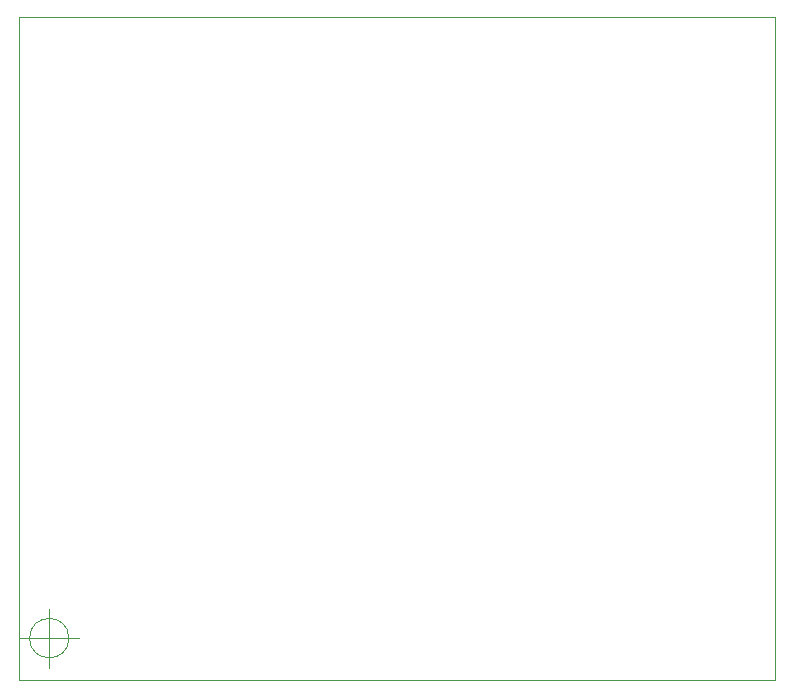
<source format=gbr>
%TF.GenerationSoftware,KiCad,Pcbnew,5.1.10-88a1d61d58~90~ubuntu20.04.1*%
%TF.CreationDate,2021-12-20T21:33:27+00:00*%
%TF.ProjectId,RPi_shield,5250695f-7368-4696-956c-642e6b696361,rev?*%
%TF.SameCoordinates,Original*%
%TF.FileFunction,Profile,NP*%
%FSLAX46Y46*%
G04 Gerber Fmt 4.6, Leading zero omitted, Abs format (unit mm)*
G04 Created by KiCad (PCBNEW 5.1.10-88a1d61d58~90~ubuntu20.04.1) date 2021-12-20 21:33:27*
%MOMM*%
%LPD*%
G01*
G04 APERTURE LIST*
%TA.AperFunction,Profile*%
%ADD10C,0.050000*%
%TD*%
G04 APERTURE END LIST*
D10*
X52578000Y-88646000D02*
X52832000Y-88646000D01*
X52578000Y-88646000D02*
X52578000Y-32512000D01*
X116586000Y-88646000D02*
X52832000Y-88646000D01*
X116586000Y-32512000D02*
X116586000Y-88646000D01*
X52578000Y-32512000D02*
X116586000Y-32512000D01*
X56784666Y-85090000D02*
G75*
G03*
X56784666Y-85090000I-1666666J0D01*
G01*
X52618000Y-85090000D02*
X57618000Y-85090000D01*
X55118000Y-82590000D02*
X55118000Y-87590000D01*
M02*

</source>
